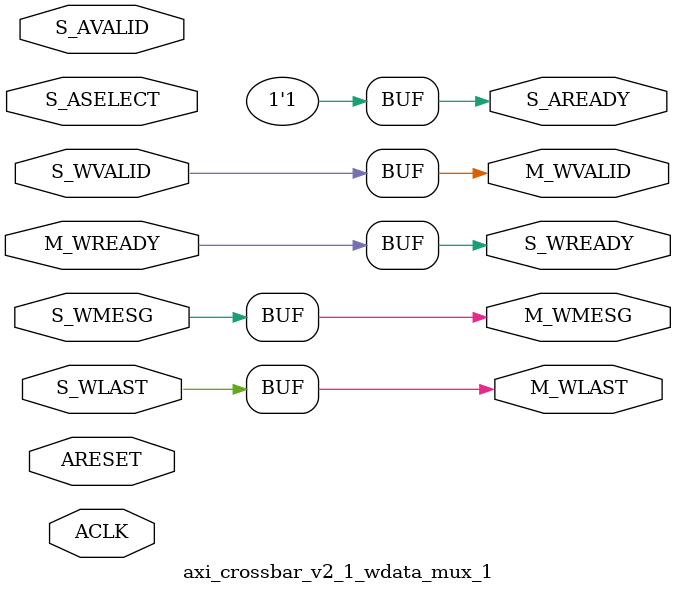
<source format=v>
module axi_crossbar_v2_1_wdata_mux_1 #
  (
   parameter         C_FAMILY       = "none", 
   parameter integer C_WMESG_WIDTH            =  1, 
   parameter integer C_NUM_SLAVE_SLOTS     =  1, 
   parameter integer C_SELECT_WIDTH      =  1, 
   parameter integer C_FIFO_DEPTH_LOG     =  0 
   )
  (
   input  wire                                        ACLK,
   input  wire                                        ARESET,
   input  wire [C_NUM_SLAVE_SLOTS*C_WMESG_WIDTH-1:0]     S_WMESG,
   input  wire [C_NUM_SLAVE_SLOTS-1:0]                S_WLAST,
   input  wire [C_NUM_SLAVE_SLOTS-1:0]                S_WVALID,
   output wire [C_NUM_SLAVE_SLOTS-1:0]                S_WREADY,
   output wire [C_WMESG_WIDTH-1:0]                       M_WMESG,
   output wire                                        M_WLAST,
   output wire                                        M_WVALID,
   input  wire                                        M_WREADY,
   input  wire [C_SELECT_WIDTH-1:0]                 S_ASELECT,  
   input  wire                                        S_AVALID,
   output wire                                        S_AREADY
   );
  localparam integer P_FIFO_DEPTH_LOG = (C_FIFO_DEPTH_LOG <= 5) ? C_FIFO_DEPTH_LOG : 5;  
  function [C_NUM_SLAVE_SLOTS-1:0] f_decoder (
      input [C_SELECT_WIDTH-1:0] sel
    );
    integer i;
    begin
      for (i=0; i<C_NUM_SLAVE_SLOTS; i=i+1) begin
        f_decoder[i] = (sel == i);
      end
    end
  endfunction
  wire                                          m_valid_i;
  wire                                          m_last_i;
  wire [C_NUM_SLAVE_SLOTS-1:0]             m_select_hot;
  wire [C_SELECT_WIDTH-1:0]                 m_select_enc;
  wire                                          m_avalid;
  wire                                          m_aready;
  generate
    if (C_NUM_SLAVE_SLOTS>1) begin : gen_wmux
      axi_data_fifo_v2_1_axic_reg_srl_fifo #
        (
         .C_FAMILY          (C_FAMILY),
         .C_FIFO_WIDTH      (C_SELECT_WIDTH),
         .C_FIFO_DEPTH_LOG  (P_FIFO_DEPTH_LOG),
         .C_USE_FULL        (0)
         )
        wmux_aw_fifo
          (
           .ACLK    (ACLK),
           .ARESET  (ARESET),
           .S_MESG  (S_ASELECT),
           .S_VALID (S_AVALID),
           .S_READY (S_AREADY),
           .M_MESG  (m_select_enc),
           .M_VALID (m_avalid),
           .M_READY (m_aready)
           );
      assign m_select_hot = f_decoder(m_select_enc);
      generic_baseblocks_v2_1_mux_enc # 
        (
         .C_FAMILY      ("rtl"),
         .C_RATIO       (C_NUM_SLAVE_SLOTS),
         .C_SEL_WIDTH   (C_SELECT_WIDTH),
         .C_DATA_WIDTH  (C_WMESG_WIDTH)
        ) mux_w 
        (
         .S   (m_select_enc),
         .A   (S_WMESG),
         .O   (M_WMESG),
         .OE  (1'b1)
        ); 
      assign m_last_i  = |(S_WLAST & m_select_hot);
      assign m_valid_i = |(S_WVALID & m_select_hot);
      assign m_aready = m_valid_i & m_avalid & m_last_i & M_WREADY;
      assign M_WLAST = m_last_i;
      assign M_WVALID = m_valid_i & m_avalid;
      assign S_WREADY = m_select_hot & {C_NUM_SLAVE_SLOTS{m_avalid & M_WREADY}};
    end else begin : gen_no_wmux
      assign S_AREADY = 1'b1;
      assign M_WVALID = S_WVALID;
      assign S_WREADY = M_WREADY;
      assign M_WLAST = S_WLAST;
      assign M_WMESG = S_WMESG;
    end
  endgenerate
endmodule
</source>
